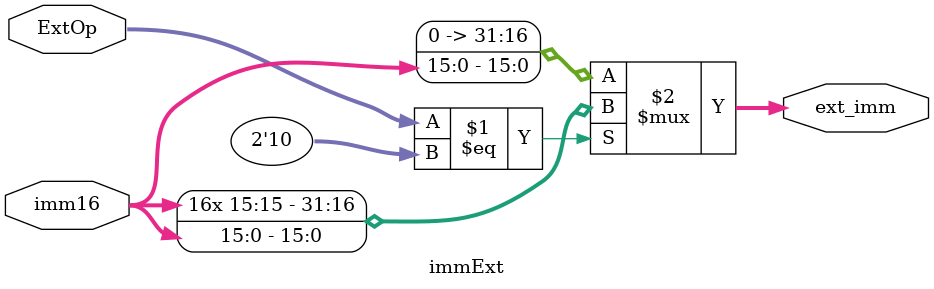
<source format=v>
`timescale 1ns / 1ps

module immExt(
    input  wire[15:0] imm16,
    input  wire[2 - 1:0] ExtOp,

    output wire[31:0] ext_imm
);

assign ext_imm = 
    (ExtOp == 2'b10) ? {{16{imm16[15]}}, imm16} : // ADDIU 有符号
    {16'b0, imm16}; // LW, SW 无符号
endmodule

</source>
